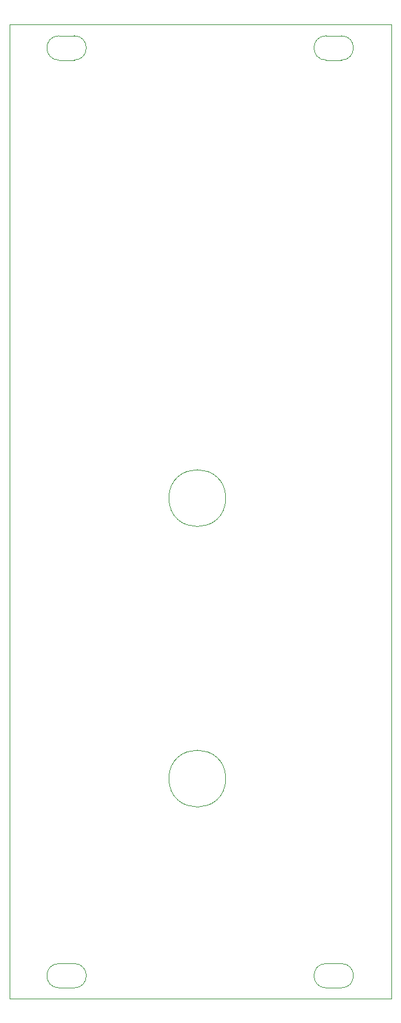
<source format=gbr>
G04 #@! TF.GenerationSoftware,KiCad,Pcbnew,(5.1.5-0)*
G04 #@! TF.CreationDate,2021-01-08T11:38:53-08:00*
G04 #@! TF.ProjectId,sauceofunce,73617563-656f-4667-956e-63652e6b6963,rev?*
G04 #@! TF.SameCoordinates,Original*
G04 #@! TF.FileFunction,Profile,NP*
%FSLAX46Y46*%
G04 Gerber Fmt 4.6, Leading zero omitted, Abs format (unit mm)*
G04 Created by KiCad (PCBNEW (5.1.5-0)) date 2021-01-08 11:38:53*
%MOMM*%
%LPD*%
G04 APERTURE LIST*
%ADD10C,0.050000*%
G04 APERTURE END LIST*
D10*
X143750000Y98500000D02*
G75*
G02X143750000Y95300000I0J-1600000D01*
G01*
X141750000Y95300000D02*
G75*
G02X141750000Y98500000I0J1600000D01*
G01*
X143750000Y95300000D02*
X141750000Y95300000D01*
X143750000Y98500000D02*
X141750000Y98500000D01*
X141750000Y-27100000D02*
G75*
G02X141750000Y-23900000I0J1600000D01*
G01*
X143750000Y-23900000D02*
X141750000Y-23900000D01*
X143750000Y-23900000D02*
G75*
G02X143750000Y-27100000I0J-1600000D01*
G01*
X143750000Y-27100000D02*
X141750000Y-27100000D01*
X108500000Y-23900000D02*
G75*
G02X108500000Y-27100000I0J-1600000D01*
G01*
X106500000Y-27100000D02*
G75*
G02X106500000Y-23900000I0J1600000D01*
G01*
X108500000Y-23900000D02*
X106500000Y-23900000D01*
X108500000Y-27100000D02*
X106500000Y-27100000D01*
X108500000Y95300000D02*
X106500000Y95300000D01*
X108500000Y98500000D02*
X106500000Y98500000D01*
X108500000Y98500000D02*
G75*
G02X108500000Y95300000I0J-1600000D01*
G01*
X106500000Y95300000D02*
G75*
G02X106500000Y98500000I0J1600000D01*
G01*
X128500000Y500000D02*
G75*
G03X128500000Y500000I-3750000J0D01*
G01*
X128500000Y37500000D02*
G75*
G03X128500000Y37500000I-3750000J0D01*
G01*
X100000000Y-28500000D02*
X100000000Y100000000D01*
X150400000Y-28500000D02*
X100000000Y-28500000D01*
X150400000Y100000000D02*
X150400000Y-28500000D01*
X100000000Y100000000D02*
X150400000Y100000000D01*
M02*

</source>
